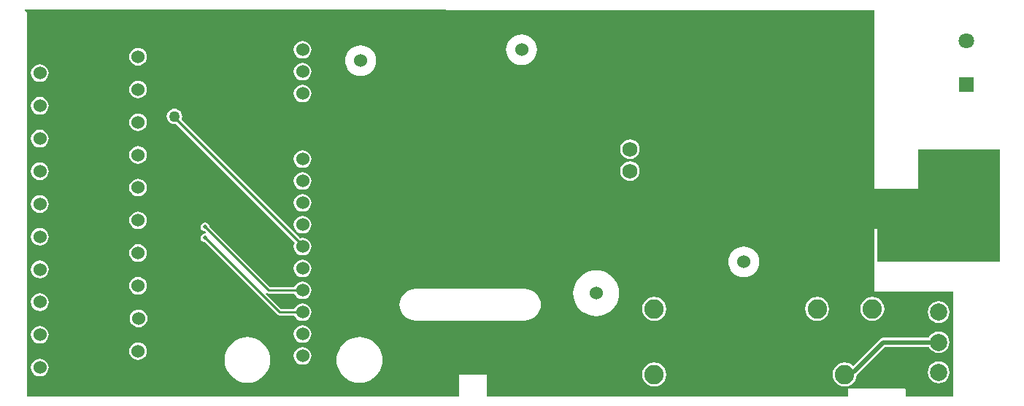
<source format=gbl>
G04*
G04 #@! TF.GenerationSoftware,Altium Limited,Altium Designer,20.0.14 (345)*
G04*
G04 Layer_Physical_Order=2*
G04 Layer_Color=16711680*
%FSLAX25Y25*%
%MOIN*%
G70*
G01*
G75*
%ADD12C,0.01000*%
%ADD38C,0.02000*%
%ADD39C,0.06000*%
%ADD40C,0.06890*%
%ADD41R,0.07087X0.07087*%
%ADD42C,0.07087*%
%ADD43C,0.07874*%
%ADD44C,0.08858*%
%ADD45C,0.05000*%
%ADD46C,0.02000*%
G36*
X389500Y179000D02*
Y97500D01*
X409500D01*
Y115500D01*
X447000D01*
Y64000D01*
X391000Y64000D01*
X391000Y79000D01*
X389500D01*
Y50500D01*
X425500D01*
Y2500D01*
X404000D01*
Y5500D01*
X403500Y6000D01*
X377500D01*
Y2500D01*
X212500D01*
Y12500D01*
X200000D01*
Y2500D01*
X2500D01*
Y178000D01*
X1463Y179037D01*
X1654Y179499D01*
X389500Y179000D01*
D02*
G37*
%LPC*%
G36*
X128500Y165034D02*
X127456Y164897D01*
X126483Y164494D01*
X125647Y163853D01*
X125006Y163017D01*
X124603Y162044D01*
X124466Y161000D01*
X124603Y159956D01*
X125006Y158983D01*
X125647Y158147D01*
X126483Y157506D01*
X127456Y157103D01*
X128500Y156965D01*
X129544Y157103D01*
X130517Y157506D01*
X131353Y158147D01*
X131994Y158983D01*
X132397Y159956D01*
X132535Y161000D01*
X132397Y162044D01*
X131994Y163017D01*
X131353Y163853D01*
X130517Y164494D01*
X129544Y164897D01*
X128500Y165034D01*
D02*
G37*
G36*
X228500Y168034D02*
X227128Y167899D01*
X225808Y167499D01*
X224592Y166849D01*
X223526Y165974D01*
X222652Y164908D01*
X222002Y163692D01*
X221601Y162372D01*
X221466Y161000D01*
X221601Y159628D01*
X222002Y158308D01*
X222652Y157092D01*
X223526Y156026D01*
X224592Y155151D01*
X225808Y154501D01*
X227128Y154101D01*
X228500Y153966D01*
X229872Y154101D01*
X231192Y154501D01*
X232408Y155151D01*
X233474Y156026D01*
X234349Y157092D01*
X234998Y158308D01*
X235399Y159628D01*
X235534Y161000D01*
X235399Y162372D01*
X234998Y163692D01*
X234349Y164908D01*
X233474Y165974D01*
X232408Y166849D01*
X231192Y167499D01*
X229872Y167899D01*
X228500Y168034D01*
D02*
G37*
G36*
X53382Y161818D02*
X52338Y161680D01*
X51365Y161277D01*
X50529Y160636D01*
X49888Y159801D01*
X49485Y158828D01*
X49347Y157783D01*
X49485Y156739D01*
X49888Y155766D01*
X50529Y154931D01*
X51365Y154289D01*
X52338Y153886D01*
X53382Y153749D01*
X54426Y153886D01*
X55399Y154289D01*
X56235Y154931D01*
X56876Y155766D01*
X57279Y156739D01*
X57416Y157783D01*
X57279Y158828D01*
X56876Y159801D01*
X56235Y160636D01*
X55399Y161277D01*
X54426Y161680D01*
X53382Y161818D01*
D02*
G37*
G36*
X155000Y163034D02*
X153628Y162899D01*
X152308Y162498D01*
X151092Y161848D01*
X150026Y160974D01*
X149152Y159908D01*
X148502Y158692D01*
X148101Y157372D01*
X147966Y156000D01*
X148101Y154628D01*
X148502Y153308D01*
X149152Y152092D01*
X150026Y151026D01*
X151092Y150152D01*
X152308Y149502D01*
X153628Y149101D01*
X155000Y148966D01*
X156372Y149101D01*
X157692Y149502D01*
X158908Y150152D01*
X159974Y151026D01*
X160848Y152092D01*
X161498Y153308D01*
X161899Y154628D01*
X162034Y156000D01*
X161899Y157372D01*
X161498Y158692D01*
X160848Y159908D01*
X159974Y160974D01*
X158908Y161848D01*
X157692Y162498D01*
X156372Y162899D01*
X155000Y163034D01*
D02*
G37*
G36*
X128500Y155034D02*
X127456Y154897D01*
X126483Y154494D01*
X125647Y153853D01*
X125006Y153017D01*
X124603Y152044D01*
X124466Y151000D01*
X124603Y149956D01*
X125006Y148983D01*
X125647Y148147D01*
X126483Y147506D01*
X127456Y147103D01*
X128500Y146966D01*
X129544Y147103D01*
X130517Y147506D01*
X131353Y148147D01*
X131994Y148983D01*
X132397Y149956D01*
X132535Y151000D01*
X132397Y152044D01*
X131994Y153017D01*
X131353Y153853D01*
X130517Y154494D01*
X129544Y154897D01*
X128500Y155034D01*
D02*
G37*
G36*
X8500Y154338D02*
X7456Y154200D01*
X6483Y153797D01*
X5647Y153156D01*
X5006Y152320D01*
X4603Y151347D01*
X4465Y150303D01*
X4603Y149259D01*
X5006Y148286D01*
X5647Y147450D01*
X6483Y146809D01*
X7456Y146406D01*
X8500Y146269D01*
X9544Y146406D01*
X10517Y146809D01*
X11353Y147450D01*
X11994Y148286D01*
X12397Y149259D01*
X12535Y150303D01*
X12397Y151347D01*
X11994Y152320D01*
X11353Y153156D01*
X10517Y153797D01*
X9544Y154200D01*
X8500Y154338D01*
D02*
G37*
G36*
X53382Y146857D02*
X52338Y146720D01*
X51365Y146317D01*
X50529Y145676D01*
X49888Y144840D01*
X49485Y143867D01*
X49347Y142823D01*
X49485Y141779D01*
X49888Y140806D01*
X50529Y139970D01*
X51365Y139329D01*
X52338Y138926D01*
X53382Y138788D01*
X54426Y138926D01*
X55399Y139329D01*
X56235Y139970D01*
X56876Y140806D01*
X57279Y141779D01*
X57416Y142823D01*
X57279Y143867D01*
X56876Y144840D01*
X56235Y145676D01*
X55399Y146317D01*
X54426Y146720D01*
X53382Y146857D01*
D02*
G37*
G36*
X128500Y145035D02*
X127456Y144897D01*
X126483Y144494D01*
X125647Y143853D01*
X125006Y143017D01*
X124603Y142044D01*
X124466Y141000D01*
X124603Y139956D01*
X125006Y138983D01*
X125647Y138147D01*
X126483Y137506D01*
X127456Y137103D01*
X128500Y136966D01*
X129544Y137103D01*
X130517Y137506D01*
X131353Y138147D01*
X131994Y138983D01*
X132397Y139956D01*
X132535Y141000D01*
X132397Y142044D01*
X131994Y143017D01*
X131353Y143853D01*
X130517Y144494D01*
X129544Y144897D01*
X128500Y145035D01*
D02*
G37*
G36*
X8500Y139377D02*
X7456Y139240D01*
X6483Y138837D01*
X5647Y138195D01*
X5006Y137360D01*
X4603Y136387D01*
X4465Y135343D01*
X4603Y134298D01*
X5006Y133325D01*
X5647Y132490D01*
X6483Y131849D01*
X7456Y131446D01*
X8500Y131308D01*
X9544Y131446D01*
X10517Y131849D01*
X11353Y132490D01*
X11994Y133325D01*
X12397Y134298D01*
X12535Y135343D01*
X12397Y136387D01*
X11994Y137360D01*
X11353Y138195D01*
X10517Y138837D01*
X9544Y139240D01*
X8500Y139377D01*
D02*
G37*
G36*
X53382Y131897D02*
X52338Y131759D01*
X51365Y131356D01*
X50529Y130715D01*
X49888Y129879D01*
X49485Y128906D01*
X49347Y127862D01*
X49485Y126818D01*
X49888Y125845D01*
X50529Y125009D01*
X51365Y124368D01*
X52338Y123965D01*
X53382Y123828D01*
X54426Y123965D01*
X55399Y124368D01*
X56235Y125009D01*
X56876Y125845D01*
X57279Y126818D01*
X57416Y127862D01*
X57279Y128906D01*
X56876Y129879D01*
X56235Y130715D01*
X55399Y131356D01*
X54426Y131759D01*
X53382Y131897D01*
D02*
G37*
G36*
X8500Y124416D02*
X7456Y124279D01*
X6483Y123876D01*
X5647Y123235D01*
X5006Y122399D01*
X4603Y121426D01*
X4465Y120382D01*
X4603Y119338D01*
X5006Y118365D01*
X5647Y117529D01*
X6483Y116888D01*
X7456Y116485D01*
X8500Y116347D01*
X9544Y116485D01*
X10517Y116888D01*
X11353Y117529D01*
X11994Y118365D01*
X12397Y119338D01*
X12535Y120382D01*
X12397Y121426D01*
X11994Y122399D01*
X11353Y123235D01*
X10517Y123876D01*
X9544Y124279D01*
X8500Y124416D01*
D02*
G37*
G36*
X278000Y119983D02*
X276840Y119831D01*
X275758Y119383D01*
X274830Y118670D01*
X274117Y117742D01*
X273670Y116660D01*
X273517Y115500D01*
X273670Y114340D01*
X274117Y113258D01*
X274830Y112330D01*
X275758Y111617D01*
X276840Y111170D01*
X278000Y111017D01*
X279160Y111170D01*
X280242Y111617D01*
X281170Y112330D01*
X281883Y113258D01*
X282330Y114340D01*
X282483Y115500D01*
X282330Y116660D01*
X281883Y117742D01*
X281170Y118670D01*
X280242Y119383D01*
X279160Y119831D01*
X278000Y119983D01*
D02*
G37*
G36*
X53382Y116936D02*
X52338Y116799D01*
X51365Y116396D01*
X50529Y115754D01*
X49888Y114919D01*
X49485Y113946D01*
X49347Y112902D01*
X49485Y111857D01*
X49888Y110884D01*
X50529Y110049D01*
X51365Y109408D01*
X52338Y109004D01*
X53382Y108867D01*
X54426Y109004D01*
X55399Y109408D01*
X56235Y110049D01*
X56876Y110884D01*
X57279Y111857D01*
X57416Y112902D01*
X57279Y113946D01*
X56876Y114919D01*
X56235Y115754D01*
X55399Y116396D01*
X54426Y116799D01*
X53382Y116936D01*
D02*
G37*
G36*
X128500Y115034D02*
X127456Y114897D01*
X126483Y114494D01*
X125647Y113853D01*
X125006Y113017D01*
X124603Y112044D01*
X124466Y111000D01*
X124603Y109956D01*
X125006Y108983D01*
X125647Y108147D01*
X126483Y107506D01*
X127456Y107103D01*
X128500Y106965D01*
X129544Y107103D01*
X130517Y107506D01*
X131353Y108147D01*
X131994Y108983D01*
X132397Y109956D01*
X132535Y111000D01*
X132397Y112044D01*
X131994Y113017D01*
X131353Y113853D01*
X130517Y114494D01*
X129544Y114897D01*
X128500Y115034D01*
D02*
G37*
G36*
X8500Y109456D02*
X7456Y109318D01*
X6483Y108915D01*
X5647Y108274D01*
X5006Y107439D01*
X4603Y106465D01*
X4465Y105421D01*
X4603Y104377D01*
X5006Y103404D01*
X5647Y102568D01*
X6483Y101927D01*
X7456Y101524D01*
X8500Y101387D01*
X9544Y101524D01*
X10517Y101927D01*
X11353Y102568D01*
X11994Y103404D01*
X12397Y104377D01*
X12535Y105421D01*
X12397Y106465D01*
X11994Y107439D01*
X11353Y108274D01*
X10517Y108915D01*
X9544Y109318D01*
X8500Y109456D01*
D02*
G37*
G36*
X278000Y109983D02*
X276840Y109830D01*
X275758Y109383D01*
X274830Y108670D01*
X274117Y107742D01*
X273670Y106660D01*
X273517Y105500D01*
X273670Y104340D01*
X274117Y103258D01*
X274830Y102330D01*
X275758Y101617D01*
X276840Y101170D01*
X278000Y101017D01*
X279160Y101170D01*
X280242Y101617D01*
X281170Y102330D01*
X281883Y103258D01*
X282330Y104340D01*
X282483Y105500D01*
X282330Y106660D01*
X281883Y107742D01*
X281170Y108670D01*
X280242Y109383D01*
X279160Y109830D01*
X278000Y109983D01*
D02*
G37*
G36*
X128500Y105034D02*
X127456Y104897D01*
X126483Y104494D01*
X125647Y103853D01*
X125006Y103017D01*
X124603Y102044D01*
X124466Y101000D01*
X124603Y99956D01*
X125006Y98983D01*
X125647Y98147D01*
X126483Y97506D01*
X127456Y97103D01*
X128500Y96965D01*
X129544Y97103D01*
X130517Y97506D01*
X131353Y98147D01*
X131994Y98983D01*
X132397Y99956D01*
X132535Y101000D01*
X132397Y102044D01*
X131994Y103017D01*
X131353Y103853D01*
X130517Y104494D01*
X129544Y104897D01*
X128500Y105034D01*
D02*
G37*
G36*
X53382Y101976D02*
X52338Y101838D01*
X51365Y101435D01*
X50529Y100794D01*
X49888Y99958D01*
X49485Y98985D01*
X49347Y97941D01*
X49485Y96897D01*
X49888Y95924D01*
X50529Y95088D01*
X51365Y94447D01*
X52338Y94044D01*
X53382Y93906D01*
X54426Y94044D01*
X55399Y94447D01*
X56235Y95088D01*
X56876Y95924D01*
X57279Y96897D01*
X57416Y97941D01*
X57279Y98985D01*
X56876Y99958D01*
X56235Y100794D01*
X55399Y101435D01*
X54426Y101838D01*
X53382Y101976D01*
D02*
G37*
G36*
X128500Y95034D02*
X127456Y94897D01*
X126483Y94494D01*
X125647Y93853D01*
X125006Y93017D01*
X124603Y92044D01*
X124466Y91000D01*
X124603Y89956D01*
X125006Y88983D01*
X125647Y88147D01*
X126483Y87506D01*
X127456Y87103D01*
X128500Y86966D01*
X129544Y87103D01*
X130517Y87506D01*
X131353Y88147D01*
X131994Y88983D01*
X132397Y89956D01*
X132535Y91000D01*
X132397Y92044D01*
X131994Y93017D01*
X131353Y93853D01*
X130517Y94494D01*
X129544Y94897D01*
X128500Y95034D01*
D02*
G37*
G36*
X8500Y94495D02*
X7456Y94358D01*
X6483Y93955D01*
X5647Y93313D01*
X5006Y92478D01*
X4603Y91505D01*
X4465Y90461D01*
X4603Y89416D01*
X5006Y88443D01*
X5647Y87608D01*
X6483Y86967D01*
X7456Y86564D01*
X8500Y86426D01*
X9544Y86564D01*
X10517Y86967D01*
X11353Y87608D01*
X11994Y88443D01*
X12397Y89416D01*
X12535Y90461D01*
X12397Y91505D01*
X11994Y92478D01*
X11353Y93313D01*
X10517Y93955D01*
X9544Y94358D01*
X8500Y94495D01*
D02*
G37*
G36*
X53382Y87015D02*
X52338Y86877D01*
X51365Y86474D01*
X50529Y85833D01*
X49888Y84998D01*
X49485Y84025D01*
X49347Y82980D01*
X49485Y81936D01*
X49888Y80963D01*
X50529Y80128D01*
X51365Y79486D01*
X52338Y79083D01*
X53382Y78946D01*
X54426Y79083D01*
X55399Y79486D01*
X56235Y80128D01*
X56876Y80963D01*
X57279Y81936D01*
X57416Y82980D01*
X57279Y84025D01*
X56876Y84998D01*
X56235Y85833D01*
X55399Y86474D01*
X54426Y86877D01*
X53382Y87015D01*
D02*
G37*
G36*
X84000Y82039D02*
X83220Y81884D01*
X82558Y81442D01*
X82116Y80780D01*
X81961Y80000D01*
X82116Y79220D01*
X82558Y78558D01*
X83220Y78116D01*
X83846Y77991D01*
X84360Y77477D01*
X84113Y77017D01*
X84000Y77039D01*
X83220Y76884D01*
X82558Y76442D01*
X82116Y75780D01*
X81961Y75000D01*
X82116Y74220D01*
X82558Y73558D01*
X83220Y73116D01*
X83846Y72992D01*
X116919Y39919D01*
X117415Y39587D01*
X118000Y39471D01*
X124804D01*
X125006Y38983D01*
X125647Y38147D01*
X126483Y37506D01*
X127456Y37103D01*
X128500Y36966D01*
X129544Y37103D01*
X130517Y37506D01*
X131353Y38147D01*
X131994Y38983D01*
X132397Y39956D01*
X132535Y41000D01*
X132397Y42044D01*
X131994Y43017D01*
X131353Y43853D01*
X130517Y44494D01*
X129544Y44897D01*
X128500Y45035D01*
X127456Y44897D01*
X126483Y44494D01*
X125647Y43853D01*
X125006Y43017D01*
X124804Y42529D01*
X118633D01*
X111699Y49464D01*
X112018Y49852D01*
X112415Y49587D01*
X113000Y49471D01*
X124804D01*
X125006Y48983D01*
X125647Y48147D01*
X126483Y47506D01*
X127456Y47103D01*
X128500Y46966D01*
X129544Y47103D01*
X130517Y47506D01*
X131353Y48147D01*
X131994Y48983D01*
X132397Y49956D01*
X132535Y51000D01*
X132397Y52044D01*
X131994Y53017D01*
X131353Y53853D01*
X130517Y54494D01*
X129544Y54897D01*
X128500Y55035D01*
X127456Y54897D01*
X126483Y54494D01*
X125647Y53853D01*
X125006Y53017D01*
X124804Y52529D01*
X113634D01*
X86009Y80154D01*
X85884Y80780D01*
X85442Y81442D01*
X84780Y81884D01*
X84000Y82039D01*
D02*
G37*
G36*
X128500Y85035D02*
X127456Y84897D01*
X126483Y84494D01*
X125647Y83853D01*
X125006Y83017D01*
X124603Y82044D01*
X124466Y81000D01*
X124603Y79956D01*
X125006Y78983D01*
X125647Y78147D01*
X126483Y77506D01*
X127456Y77103D01*
X128500Y76965D01*
X129544Y77103D01*
X130517Y77506D01*
X131353Y78147D01*
X131994Y78983D01*
X132397Y79956D01*
X132535Y81000D01*
X132397Y82044D01*
X131994Y83017D01*
X131353Y83853D01*
X130517Y84494D01*
X129544Y84897D01*
X128500Y85035D01*
D02*
G37*
G36*
X8500Y79535D02*
X7456Y79397D01*
X6483Y78994D01*
X5647Y78353D01*
X5006Y77517D01*
X4603Y76544D01*
X4465Y75500D01*
X4603Y74456D01*
X5006Y73483D01*
X5647Y72647D01*
X6483Y72006D01*
X7456Y71603D01*
X8500Y71465D01*
X9544Y71603D01*
X10517Y72006D01*
X11353Y72647D01*
X11994Y73483D01*
X12397Y74456D01*
X12535Y75500D01*
X12397Y76544D01*
X11994Y77517D01*
X11353Y78353D01*
X10517Y78994D01*
X9544Y79397D01*
X8500Y79535D01*
D02*
G37*
G36*
X70000Y134030D02*
X69086Y133910D01*
X68235Y133557D01*
X67504Y132996D01*
X66943Y132265D01*
X66590Y131414D01*
X66470Y130500D01*
X66590Y129586D01*
X66943Y128735D01*
X67504Y128004D01*
X68235Y127443D01*
X69086Y127090D01*
X70000Y126970D01*
X70766Y127071D01*
X124952Y72886D01*
X124603Y72044D01*
X124466Y71000D01*
X124603Y69956D01*
X125006Y68983D01*
X125647Y68147D01*
X126483Y67506D01*
X127456Y67103D01*
X128500Y66966D01*
X129544Y67103D01*
X130517Y67506D01*
X131353Y68147D01*
X131994Y68983D01*
X132397Y69956D01*
X132535Y71000D01*
X132397Y72044D01*
X131994Y73017D01*
X131353Y73853D01*
X130517Y74494D01*
X129544Y74897D01*
X128500Y75034D01*
X127456Y74897D01*
X127322Y74841D01*
X73166Y128997D01*
X73410Y129586D01*
X73530Y130500D01*
X73410Y131414D01*
X73057Y132265D01*
X72496Y132996D01*
X71765Y133557D01*
X70914Y133910D01*
X70000Y134030D01*
D02*
G37*
G36*
X53382Y72054D02*
X52338Y71917D01*
X51365Y71514D01*
X50529Y70872D01*
X49888Y70037D01*
X49485Y69064D01*
X49347Y68020D01*
X49485Y66975D01*
X49888Y66002D01*
X50529Y65167D01*
X51365Y64526D01*
X52338Y64123D01*
X53382Y63985D01*
X54426Y64123D01*
X55399Y64526D01*
X56235Y65167D01*
X56876Y66002D01*
X57279Y66975D01*
X57416Y68020D01*
X57279Y69064D01*
X56876Y70037D01*
X56235Y70872D01*
X55399Y71514D01*
X54426Y71917D01*
X53382Y72054D01*
D02*
G37*
G36*
X330000Y71034D02*
X328628Y70899D01*
X327308Y70499D01*
X326092Y69849D01*
X325026Y68974D01*
X324151Y67908D01*
X323501Y66692D01*
X323101Y65372D01*
X322966Y64000D01*
X323101Y62628D01*
X323501Y61308D01*
X324151Y60092D01*
X325026Y59026D01*
X326092Y58152D01*
X327308Y57502D01*
X328628Y57101D01*
X330000Y56966D01*
X331372Y57101D01*
X332692Y57502D01*
X333908Y58152D01*
X334974Y59026D01*
X335848Y60092D01*
X336498Y61308D01*
X336899Y62628D01*
X337034Y64000D01*
X336899Y65372D01*
X336498Y66692D01*
X335848Y67908D01*
X334974Y68974D01*
X333908Y69849D01*
X332692Y70499D01*
X331372Y70899D01*
X330000Y71034D01*
D02*
G37*
G36*
X128500Y65035D02*
X127456Y64897D01*
X126483Y64494D01*
X125647Y63853D01*
X125006Y63017D01*
X124603Y62044D01*
X124466Y61000D01*
X124603Y59956D01*
X125006Y58983D01*
X125647Y58147D01*
X126483Y57506D01*
X127456Y57103D01*
X128500Y56966D01*
X129544Y57103D01*
X130517Y57506D01*
X131353Y58147D01*
X131994Y58983D01*
X132397Y59956D01*
X132535Y61000D01*
X132397Y62044D01*
X131994Y63017D01*
X131353Y63853D01*
X130517Y64494D01*
X129544Y64897D01*
X128500Y65035D01*
D02*
G37*
G36*
X8500Y64574D02*
X7456Y64436D01*
X6483Y64033D01*
X5647Y63392D01*
X5006Y62557D01*
X4603Y61584D01*
X4465Y60539D01*
X4603Y59495D01*
X5006Y58522D01*
X5647Y57687D01*
X6483Y57045D01*
X7456Y56642D01*
X8500Y56505D01*
X9544Y56642D01*
X10517Y57045D01*
X11353Y57687D01*
X11994Y58522D01*
X12397Y59495D01*
X12535Y60539D01*
X12397Y61584D01*
X11994Y62557D01*
X11353Y63392D01*
X10517Y64033D01*
X9544Y64436D01*
X8500Y64574D01*
D02*
G37*
G36*
X53382Y57094D02*
X52338Y56956D01*
X51365Y56553D01*
X50529Y55912D01*
X49888Y55076D01*
X49485Y54103D01*
X49347Y53059D01*
X49485Y52015D01*
X49888Y51042D01*
X50529Y50206D01*
X51365Y49565D01*
X52338Y49162D01*
X53382Y49025D01*
X54426Y49162D01*
X55399Y49565D01*
X56235Y50206D01*
X56876Y51042D01*
X57279Y52015D01*
X57416Y53059D01*
X57279Y54103D01*
X56876Y55076D01*
X56235Y55912D01*
X55399Y56553D01*
X54426Y56956D01*
X53382Y57094D01*
D02*
G37*
G36*
X8500Y49613D02*
X7456Y49476D01*
X6483Y49073D01*
X5647Y48432D01*
X5006Y47596D01*
X4603Y46623D01*
X4465Y45579D01*
X4603Y44535D01*
X5006Y43562D01*
X5647Y42726D01*
X6483Y42085D01*
X7456Y41682D01*
X8500Y41544D01*
X9544Y41682D01*
X10517Y42085D01*
X11353Y42726D01*
X11994Y43562D01*
X12397Y44535D01*
X12535Y45579D01*
X12397Y46623D01*
X11994Y47596D01*
X11353Y48432D01*
X10517Y49073D01*
X9544Y49476D01*
X8500Y49613D01*
D02*
G37*
G36*
X262588Y60119D02*
X260948Y59990D01*
X259349Y59605D01*
X257829Y58976D01*
X256427Y58117D01*
X255176Y57049D01*
X254108Y55798D01*
X253249Y54396D01*
X252620Y52876D01*
X252236Y51277D01*
X252107Y49637D01*
X252236Y47998D01*
X252620Y46399D01*
X253249Y44879D01*
X254108Y43477D01*
X255176Y42226D01*
X256427Y41158D01*
X257829Y40299D01*
X259349Y39669D01*
X260948Y39285D01*
X262588Y39156D01*
X264227Y39285D01*
X265827Y39669D01*
X267346Y40299D01*
X268748Y41158D01*
X269999Y42226D01*
X271067Y43477D01*
X271926Y44879D01*
X272556Y46399D01*
X272940Y47998D01*
X273069Y49637D01*
X272940Y51277D01*
X272556Y52876D01*
X271926Y54396D01*
X271067Y55798D01*
X269999Y57049D01*
X268748Y58117D01*
X267346Y58976D01*
X265827Y59605D01*
X264227Y59990D01*
X262588Y60119D01*
D02*
G37*
G36*
X230025Y51693D02*
X180025D01*
X178603Y51553D01*
X177237Y51139D01*
X175977Y50465D01*
X174873Y49559D01*
X173967Y48455D01*
X173294Y47196D01*
X172880Y45829D01*
X172740Y44408D01*
X172880Y42987D01*
X173294Y41620D01*
X173967Y40361D01*
X174873Y39257D01*
X175977Y38351D01*
X177237Y37677D01*
X178603Y37263D01*
X180025Y37123D01*
X230025D01*
X231446Y37263D01*
X232813Y37677D01*
X234072Y38351D01*
X235176Y39257D01*
X236082Y40361D01*
X236755Y41620D01*
X237170Y42987D01*
X237310Y44408D01*
X237170Y45829D01*
X236755Y47196D01*
X236082Y48455D01*
X235176Y49559D01*
X234072Y50465D01*
X232813Y51139D01*
X231446Y51553D01*
X230025Y51693D01*
D02*
G37*
G36*
X388697Y47976D02*
X387280Y47789D01*
X385959Y47242D01*
X384825Y46372D01*
X383955Y45238D01*
X383407Y43917D01*
X383221Y42500D01*
X383407Y41083D01*
X383955Y39762D01*
X384825Y38628D01*
X385959Y37758D01*
X387280Y37211D01*
X388697Y37024D01*
X390114Y37211D01*
X391435Y37758D01*
X392569Y38628D01*
X393439Y39762D01*
X393986Y41083D01*
X394173Y42500D01*
X393986Y43917D01*
X393439Y45238D01*
X392569Y46372D01*
X391435Y47242D01*
X390114Y47789D01*
X388697Y47976D01*
D02*
G37*
G36*
X363500D02*
X362083Y47789D01*
X360762Y47242D01*
X359628Y46372D01*
X358758Y45238D01*
X358211Y43917D01*
X358024Y42500D01*
X358211Y41083D01*
X358758Y39762D01*
X359628Y38628D01*
X360762Y37758D01*
X362083Y37211D01*
X363500Y37024D01*
X364917Y37211D01*
X366238Y37758D01*
X367372Y38628D01*
X368242Y39762D01*
X368789Y41083D01*
X368976Y42500D01*
X368789Y43917D01*
X368242Y45238D01*
X367372Y46372D01*
X366238Y47242D01*
X364917Y47789D01*
X363500Y47976D01*
D02*
G37*
G36*
X289090D02*
X287673Y47789D01*
X286353Y47242D01*
X285218Y46372D01*
X284348Y45238D01*
X283801Y43917D01*
X283615Y42500D01*
X283801Y41083D01*
X284348Y39762D01*
X285218Y38628D01*
X286353Y37758D01*
X287673Y37211D01*
X289090Y37024D01*
X290508Y37211D01*
X291828Y37758D01*
X292963Y38628D01*
X293833Y39762D01*
X294380Y41083D01*
X294566Y42500D01*
X294380Y43917D01*
X293833Y45238D01*
X292963Y46372D01*
X291828Y47242D01*
X290508Y47789D01*
X289090Y47976D01*
D02*
G37*
G36*
X419000Y45980D02*
X417711Y45810D01*
X416510Y45312D01*
X415479Y44521D01*
X414687Y43490D01*
X414190Y42289D01*
X414020Y41000D01*
X414190Y39711D01*
X414687Y38510D01*
X415479Y37479D01*
X416510Y36687D01*
X417711Y36190D01*
X419000Y36020D01*
X420289Y36190D01*
X421490Y36687D01*
X422521Y37479D01*
X423313Y38510D01*
X423810Y39711D01*
X423980Y41000D01*
X423810Y42289D01*
X423313Y43490D01*
X422521Y44521D01*
X421490Y45312D01*
X420289Y45810D01*
X419000Y45980D01*
D02*
G37*
G36*
X53594Y42133D02*
X52550Y41995D01*
X51577Y41592D01*
X50742Y40951D01*
X50100Y40116D01*
X49697Y39143D01*
X49560Y38098D01*
X49697Y37054D01*
X50100Y36081D01*
X50742Y35246D01*
X51577Y34604D01*
X52550Y34201D01*
X53594Y34064D01*
X54639Y34201D01*
X55612Y34604D01*
X56447Y35246D01*
X57089Y36081D01*
X57491Y37054D01*
X57629Y38098D01*
X57491Y39143D01*
X57089Y40116D01*
X56447Y40951D01*
X55612Y41592D01*
X54639Y41995D01*
X53594Y42133D01*
D02*
G37*
G36*
X128500Y35034D02*
X127456Y34897D01*
X126483Y34494D01*
X125647Y33853D01*
X125006Y33017D01*
X124603Y32044D01*
X124466Y31000D01*
X124603Y29956D01*
X125006Y28983D01*
X125647Y28147D01*
X126483Y27506D01*
X127456Y27103D01*
X128500Y26965D01*
X129544Y27103D01*
X130517Y27506D01*
X131353Y28147D01*
X131994Y28983D01*
X132397Y29956D01*
X132535Y31000D01*
X132397Y32044D01*
X131994Y33017D01*
X131353Y33853D01*
X130517Y34494D01*
X129544Y34897D01*
X128500Y35034D01*
D02*
G37*
G36*
X8500Y34653D02*
X7456Y34515D01*
X6483Y34112D01*
X5647Y33471D01*
X5006Y32635D01*
X4603Y31662D01*
X4465Y30618D01*
X4603Y29574D01*
X5006Y28601D01*
X5647Y27765D01*
X6483Y27124D01*
X7456Y26721D01*
X8500Y26584D01*
X9544Y26721D01*
X10517Y27124D01*
X11353Y27765D01*
X11994Y28601D01*
X12397Y29574D01*
X12535Y30618D01*
X12397Y31662D01*
X11994Y32635D01*
X11353Y33471D01*
X10517Y34112D01*
X9544Y34515D01*
X8500Y34653D01*
D02*
G37*
G36*
X419000Y32200D02*
X417711Y32030D01*
X416510Y31533D01*
X415479Y30742D01*
X414687Y29710D01*
X414501Y29260D01*
X393721D01*
X392940Y29104D01*
X392279Y28662D01*
X379987Y16371D01*
X379971Y16372D01*
X378836Y17242D01*
X377516Y17789D01*
X376098Y17976D01*
X374681Y17789D01*
X373360Y17242D01*
X372226Y16372D01*
X371356Y15238D01*
X370809Y13917D01*
X370622Y12500D01*
X370809Y11083D01*
X371356Y9762D01*
X372226Y8628D01*
X373360Y7758D01*
X374681Y7211D01*
X376098Y7024D01*
X377516Y7211D01*
X378836Y7758D01*
X379971Y8628D01*
X380841Y9762D01*
X381388Y11083D01*
X381538Y12226D01*
X381754Y12370D01*
X394565Y25181D01*
X414501D01*
X414687Y24731D01*
X415479Y23699D01*
X416510Y22908D01*
X417711Y22411D01*
X419000Y22241D01*
X420289Y22411D01*
X421490Y22908D01*
X422521Y23699D01*
X423313Y24731D01*
X423810Y25932D01*
X423980Y27220D01*
X423810Y28509D01*
X423313Y29710D01*
X422521Y30742D01*
X421490Y31533D01*
X420289Y32030D01*
X419000Y32200D01*
D02*
G37*
G36*
X53382Y27172D02*
X52338Y27035D01*
X51365Y26632D01*
X50529Y25991D01*
X49888Y25155D01*
X49485Y24182D01*
X49347Y23138D01*
X49485Y22094D01*
X49888Y21121D01*
X50529Y20285D01*
X51365Y19644D01*
X52338Y19241D01*
X53382Y19103D01*
X54426Y19241D01*
X55399Y19644D01*
X56235Y20285D01*
X56876Y21121D01*
X57279Y22094D01*
X57416Y23138D01*
X57279Y24182D01*
X56876Y25155D01*
X56235Y25991D01*
X55399Y26632D01*
X54426Y27035D01*
X53382Y27172D01*
D02*
G37*
G36*
X128500Y25034D02*
X127456Y24897D01*
X126483Y24494D01*
X125647Y23853D01*
X125006Y23017D01*
X124603Y22044D01*
X124466Y21000D01*
X124603Y19956D01*
X125006Y18983D01*
X125647Y18147D01*
X126483Y17506D01*
X127456Y17103D01*
X128500Y16965D01*
X129544Y17103D01*
X130517Y17506D01*
X131353Y18147D01*
X131994Y18983D01*
X132397Y19956D01*
X132535Y21000D01*
X132397Y22044D01*
X131994Y23017D01*
X131353Y23853D01*
X130517Y24494D01*
X129544Y24897D01*
X128500Y25034D01*
D02*
G37*
G36*
X8500Y19692D02*
X7456Y19555D01*
X6483Y19151D01*
X5647Y18510D01*
X5006Y17675D01*
X4603Y16702D01*
X4465Y15657D01*
X4603Y14613D01*
X5006Y13640D01*
X5647Y12805D01*
X6483Y12163D01*
X7456Y11760D01*
X8500Y11623D01*
X9544Y11760D01*
X10517Y12163D01*
X11353Y12805D01*
X11994Y13640D01*
X12397Y14613D01*
X12535Y15657D01*
X12397Y16702D01*
X11994Y17675D01*
X11353Y18510D01*
X10517Y19151D01*
X9544Y19555D01*
X8500Y19692D01*
D02*
G37*
G36*
X154500Y29615D02*
X152860Y29486D01*
X151261Y29102D01*
X149742Y28473D01*
X148339Y27613D01*
X147089Y26545D01*
X146021Y25294D01*
X145161Y23892D01*
X144532Y22373D01*
X144148Y20773D01*
X144019Y19134D01*
X144148Y17494D01*
X144532Y15895D01*
X145161Y14376D01*
X146021Y12973D01*
X147089Y11722D01*
X148339Y10654D01*
X149742Y9795D01*
X151261Y9166D01*
X152860Y8782D01*
X154500Y8653D01*
X156140Y8782D01*
X157739Y9166D01*
X159258Y9795D01*
X160661Y10654D01*
X161911Y11722D01*
X162979Y12973D01*
X163839Y14376D01*
X164468Y15895D01*
X164852Y17494D01*
X164981Y19134D01*
X164852Y20773D01*
X164468Y22373D01*
X163839Y23892D01*
X162979Y25294D01*
X161911Y26545D01*
X160661Y27613D01*
X159258Y28473D01*
X157739Y29102D01*
X156140Y29486D01*
X154500Y29615D01*
D02*
G37*
G36*
X103319D02*
X101679Y29486D01*
X100080Y29102D01*
X98561Y28473D01*
X97158Y27613D01*
X95908Y26545D01*
X94840Y25294D01*
X93980Y23892D01*
X93351Y22373D01*
X92967Y20773D01*
X92838Y19134D01*
X92967Y17494D01*
X93351Y15895D01*
X93980Y14376D01*
X94840Y12973D01*
X95908Y11722D01*
X97158Y10654D01*
X98561Y9795D01*
X100080Y9166D01*
X101679Y8782D01*
X103319Y8653D01*
X104958Y8782D01*
X106558Y9166D01*
X108077Y9795D01*
X109479Y10654D01*
X110730Y11722D01*
X111798Y12973D01*
X112658Y14376D01*
X113287Y15895D01*
X113671Y17494D01*
X113800Y19134D01*
X113671Y20773D01*
X113287Y22373D01*
X112658Y23892D01*
X111798Y25294D01*
X110730Y26545D01*
X109479Y27613D01*
X108077Y28473D01*
X106558Y29102D01*
X104958Y29486D01*
X103319Y29615D01*
D02*
G37*
G36*
X419000Y18421D02*
X417711Y18251D01*
X416510Y17753D01*
X415479Y16962D01*
X414687Y15931D01*
X414190Y14730D01*
X414020Y13441D01*
X414190Y12152D01*
X414687Y10951D01*
X415479Y9920D01*
X416510Y9128D01*
X417711Y8631D01*
X419000Y8461D01*
X420289Y8631D01*
X421490Y9128D01*
X422521Y9920D01*
X423313Y10951D01*
X423810Y12152D01*
X423980Y13441D01*
X423810Y14730D01*
X423313Y15931D01*
X422521Y16962D01*
X421490Y17753D01*
X420289Y18251D01*
X419000Y18421D01*
D02*
G37*
G36*
X289090Y17976D02*
X287673Y17789D01*
X286353Y17242D01*
X285218Y16372D01*
X284348Y15238D01*
X283801Y13917D01*
X283615Y12500D01*
X283801Y11083D01*
X284348Y9762D01*
X285218Y8628D01*
X286353Y7758D01*
X287673Y7211D01*
X289090Y7024D01*
X290508Y7211D01*
X291828Y7758D01*
X292963Y8628D01*
X293833Y9762D01*
X294380Y11083D01*
X294566Y12500D01*
X294380Y13917D01*
X293833Y15238D01*
X292963Y16372D01*
X291828Y17242D01*
X290508Y17789D01*
X289090Y17976D01*
D02*
G37*
%LPD*%
D12*
X113000Y51000D02*
X128500D01*
X84000Y80000D02*
X113000Y51000D01*
X118000Y41000D02*
X128500D01*
X84000Y75000D02*
X118000Y41000D01*
X128500Y71000D02*
Y71500D01*
X70000Y130000D02*
X128500Y71500D01*
X70000Y130000D02*
Y130500D01*
D38*
X393721Y27220D02*
X419000D01*
X376098Y12500D02*
X377411Y13812D01*
X380312D02*
X393721Y27220D01*
X377411Y13812D02*
X380312D01*
D39*
X228500Y161000D02*
D03*
X155000Y156000D02*
D03*
X330000Y64000D02*
D03*
X128500Y161000D02*
D03*
Y151000D02*
D03*
Y141000D02*
D03*
Y21000D02*
D03*
Y31000D02*
D03*
Y41000D02*
D03*
Y51000D02*
D03*
Y61000D02*
D03*
Y71000D02*
D03*
Y81000D02*
D03*
Y91000D02*
D03*
Y101000D02*
D03*
Y111000D02*
D03*
Y121000D02*
D03*
Y131000D02*
D03*
X8500Y15657D02*
D03*
Y30618D02*
D03*
Y45579D02*
D03*
Y60539D02*
D03*
Y75500D02*
D03*
Y90461D02*
D03*
Y105421D02*
D03*
Y120382D02*
D03*
Y135343D02*
D03*
X53382Y23138D02*
D03*
X53594Y38098D02*
D03*
X53382Y53059D02*
D03*
Y68020D02*
D03*
Y82980D02*
D03*
Y97941D02*
D03*
Y112902D02*
D03*
Y127862D02*
D03*
X8500Y150303D02*
D03*
X53382Y142823D02*
D03*
Y157783D02*
D03*
X262588Y49637D02*
D03*
D40*
X278000Y115500D02*
D03*
Y105500D02*
D03*
Y95500D02*
D03*
D41*
X431500Y145000D02*
D03*
Y81000D02*
D03*
D42*
Y165000D02*
D03*
Y101000D02*
D03*
D43*
X419000Y13441D02*
D03*
Y27220D02*
D03*
Y41000D02*
D03*
D44*
X289090Y42500D02*
D03*
X363500D02*
D03*
X388697D02*
D03*
X376098Y12500D02*
D03*
X289090D02*
D03*
D45*
X250000Y94500D02*
D03*
X70000Y130500D02*
D03*
X229500Y14500D02*
D03*
D46*
X84000Y75000D02*
D03*
Y80000D02*
D03*
M02*

</source>
